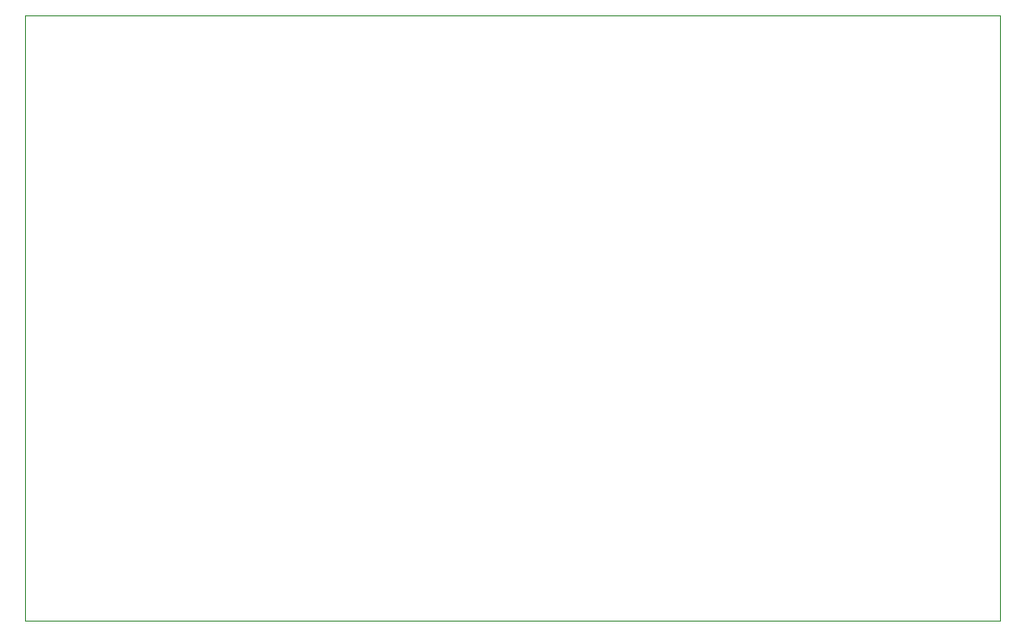
<source format=gbr>
%TF.GenerationSoftware,KiCad,Pcbnew,8.0.6*%
%TF.CreationDate,2025-05-19T18:36:41-06:00*%
%TF.ProjectId,Subsystem SPI Breakout v4,53756273-7973-4746-956d-205350492042,rev?*%
%TF.SameCoordinates,Original*%
%TF.FileFunction,Profile,NP*%
%FSLAX46Y46*%
G04 Gerber Fmt 4.6, Leading zero omitted, Abs format (unit mm)*
G04 Created by KiCad (PCBNEW 8.0.6) date 2025-05-19 18:36:41*
%MOMM*%
%LPD*%
G01*
G04 APERTURE LIST*
%TA.AperFunction,Profile*%
%ADD10C,0.050000*%
%TD*%
G04 APERTURE END LIST*
D10*
X112280000Y-68580000D02*
X198120000Y-68580000D01*
X198120000Y-121920000D01*
X112280000Y-121920000D01*
X112280000Y-68580000D01*
M02*

</source>
